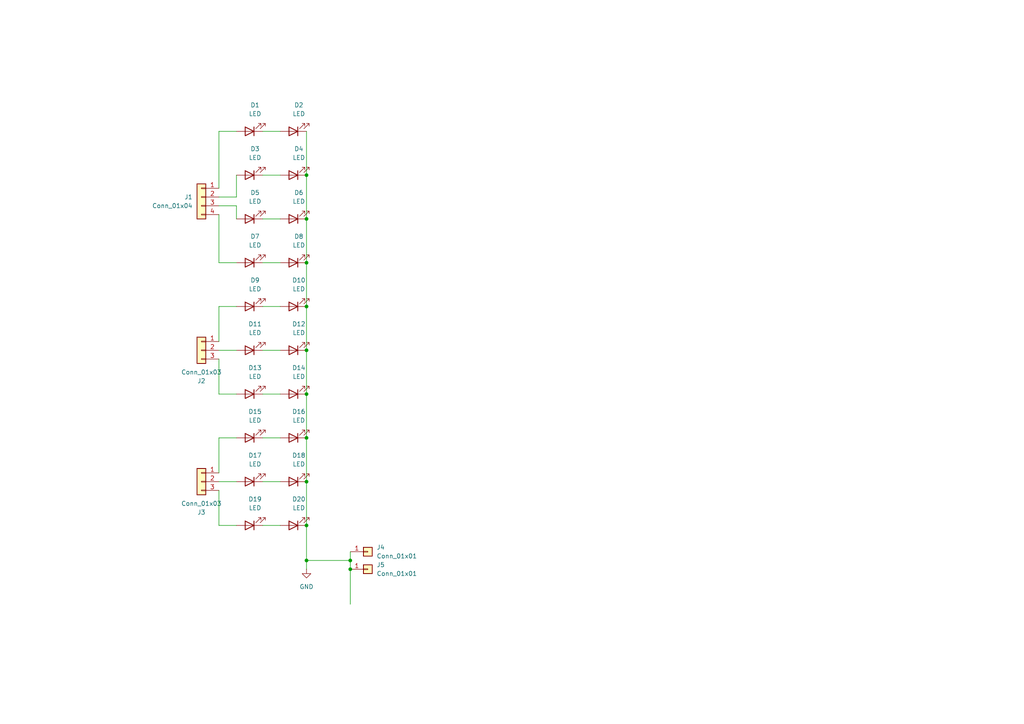
<source format=kicad_sch>
(kicad_sch (version 20231120) (generator "eeschema") (generator_version "8.0")
  (paper "A4")
  (lib_symbols
    (symbol "Connector_Generic:Conn_01x01" (pin_names (offset 1.016) hide)
      (property "Reference" "J" (at 0 2.54 0))
      (property "Value" "Conn_01x01" (at 0 -2.54 0))
      (symbol "Conn_01x01_1_1"
        (rectangle (start -1.27 0.127) (end 0 -0.127) (stroke (width 0.1524)))
        (rectangle (start -1.27 1.27) (end 1.27 -1.27) (stroke (width 0.254)) (fill (type background)))
        (pin passive line (at -5.08 0 0) (length 3.81) (name "Pin_1") (number "1"))
      )
    )
    (symbol "Connector_Generic:Conn_01x03" (pin_names (offset 1.016) hide)
      (property "Reference" "J" (at 0 5.08 0))
      (property "Value" "Conn_01x03" (at 0 -5.08 0))
      (symbol "Conn_01x03_1_1"
        (rectangle (start -1.27 -2.413) (end 0 -2.667) (stroke (width 0.1524)))
        (rectangle (start -1.27 0.127) (end 0 -0.127) (stroke (width 0.1524)))
        (rectangle (start -1.27 2.667) (end 0 2.413) (stroke (width 0.1524)))
        (rectangle (start -1.27 3.81) (end 1.27 -3.81) (stroke (width 0.254)) (fill (type background)))
        (pin passive line (at -5.08 2.54 0) (length 3.81) (name "Pin_1") (number "1"))
        (pin passive line (at -5.08 0 0) (length 3.81) (name "Pin_2") (number "2"))
        (pin passive line (at -5.08 -2.54 0) (length 3.81) (name "Pin_3") (number "3"))
      )
    )
    (symbol "Connector_Generic:Conn_01x04" (pin_names (offset 1.016) hide)
      (property "Reference" "J" (at 0 5.08 0))
      (property "Value" "Conn_01x04" (at 0 -7.62 0))
      (symbol "Conn_01x04_1_1"
        (rectangle (start -1.27 -4.953) (end 0 -5.207) (stroke (width 0.1524)))
        (rectangle (start -1.27 -2.413) (end 0 -2.667) (stroke (width 0.1524)))
        (rectangle (start -1.27 0.127) (end 0 -0.127) (stroke (width 0.1524)))
        (rectangle (start -1.27 2.667) (end 0 2.413) (stroke (width 0.1524)))
        (rectangle (start -1.27 3.81) (end 1.27 -6.35) (stroke (width 0.254)) (fill (type background)))
        (pin passive line (at -5.08 2.54 0) (length 3.81) (name "Pin_1") (number "1"))
        (pin passive line (at -5.08 0 0) (length 3.81) (name "Pin_2") (number "2"))
        (pin passive line (at -5.08 -2.54 0) (length 3.81) (name "Pin_3") (number "3"))
        (pin passive line (at -5.08 -5.08 0) (length 3.81) (name "Pin_4") (number "4"))
      )
    )
    (symbol "Device:LED" (pin_numbers hide) (pin_names (offset 1.016) hide)
      (property "Reference" "D" (at 0 2.54 0))
      (property "Value" "LED" (at 0 -2.54 0))
      (symbol "LED_0_1"
        (polyline (pts (xy -1.27 -1.27) (xy -1.27 1.27)) (stroke (width 0.254)))
        (polyline (pts (xy -1.27 0) (xy 1.27 0)))
        (polyline (pts (xy 1.27 -1.27) (xy 1.27 1.27) (xy -1.27 0) (xy 1.27 -1.27)) (stroke (width 0.254)))
        (polyline (pts (xy -3.048 -0.762) (xy -4.572 -2.286) (xy -3.81 -2.286) (xy -4.572 -2.286) (xy -4.572 -1.524)))
        (polyline (pts (xy -1.778 -0.762) (xy -3.302 -2.286) (xy -2.54 -2.286) (xy -3.302 -2.286) (xy -3.302 -1.524)))
      )
      (symbol "LED_1_1"
        (pin passive line (at -3.81 0 0) (length 2.54) (name "K") (number "1"))
        (pin passive line (at 3.81 0 180) (length 2.54) (name "A") (number "2"))
      )
    )
    (symbol "power:GND" (power) (pin_numbers hide) (pin_names (offset 0) hide)
      (property "Value" "GND" (at 0 -3.81 0))
      (symbol "GND_0_1"
        (polyline (pts (xy 0 0) (xy 0 -1.27) (xy 1.27 -1.27) (xy 0 -2.54) (xy -1.27 -1.27) (xy 0 -1.27)))
      )
      (symbol "GND_1_1"
        (pin power_in line (at 0 0 270) (length 0) (name "~") (number "1"))
      )
    )
  )
  (junction (at 88.9 88.9))
  (junction (at 88.9 152.4))
  (junction (at 88.9 101.6))
  (junction (at 88.9 139.7))
  (junction (at 88.9 127))
  (junction (at 88.9 114.3))
  (junction (at 101.6 165.1))
  (junction (at 88.9 76.2))
  (junction (at 88.9 63.5))
  (junction (at 88.9 162.56))
  (junction (at 101.6 162.56))
  (junction (at 88.9 50.8))
  (wire (pts (xy 88.9 139.7) (xy 88.9 152.4)))
  (wire (pts (xy 68.58 50.8) (xy 68.58 57.15)))
  (wire (pts (xy 88.9 50.8) (xy 88.9 63.5)))
  (wire (pts (xy 88.9 76.2) (xy 88.9 88.9)))
  (wire (pts (xy 76.2 152.4) (xy 81.28 152.4)))
  (wire (pts (xy 88.9 162.56) (xy 101.6 162.56)))
  (wire (pts (xy 76.2 114.3) (xy 81.28 114.3)))
  (wire (pts (xy 63.5 62.23) (xy 63.5 76.2)))
  (wire (pts (xy 63.5 88.9) (xy 68.58 88.9)))
  (wire (pts (xy 63.5 104.14) (xy 63.5 114.3)))
  (wire (pts (xy 76.2 139.7) (xy 81.28 139.7)))
  (wire (pts (xy 76.2 88.9) (xy 81.28 88.9)))
  (wire (pts (xy 101.6 165.1) (xy 101.6 175.26)))
  (wire (pts (xy 76.2 38.1) (xy 81.28 38.1)))
  (wire (pts (xy 76.2 127) (xy 81.28 127)))
  (wire (pts (xy 88.9 101.6) (xy 88.9 114.3)))
  (wire (pts (xy 63.5 99.06) (xy 63.5 88.9)))
  (wire (pts (xy 63.5 38.1) (xy 68.58 38.1)))
  (wire (pts (xy 63.5 152.4) (xy 68.58 152.4)))
  (wire (pts (xy 68.58 59.69) (xy 68.58 63.5)))
  (wire (pts (xy 88.9 63.5) (xy 88.9 76.2)))
  (wire (pts (xy 63.5 101.6) (xy 68.58 101.6)))
  (wire (pts (xy 88.9 152.4) (xy 88.9 162.56)))
  (wire (pts (xy 63.5 139.7) (xy 68.58 139.7)))
  (wire (pts (xy 88.9 114.3) (xy 88.9 127)))
  (wire (pts (xy 63.5 127) (xy 68.58 127)))
  (wire (pts (xy 76.2 50.8) (xy 81.28 50.8)))
  (wire (pts (xy 76.2 101.6) (xy 81.28 101.6)))
  (wire (pts (xy 63.5 59.69) (xy 68.58 59.69)))
  (wire (pts (xy 63.5 142.24) (xy 63.5 152.4)))
  (wire (pts (xy 76.2 63.5) (xy 81.28 63.5)))
  (wire (pts (xy 88.9 38.1) (xy 88.9 50.8)))
  (wire (pts (xy 88.9 88.9) (xy 88.9 101.6)))
  (wire (pts (xy 63.5 57.15) (xy 68.58 57.15)))
  (wire (pts (xy 63.5 54.61) (xy 63.5 38.1)))
  (wire (pts (xy 63.5 114.3) (xy 68.58 114.3)))
  (wire (pts (xy 88.9 162.56) (xy 88.9 165.1)))
  (wire (pts (xy 101.6 162.56) (xy 101.6 165.1)))
  (wire (pts (xy 63.5 76.2) (xy 68.58 76.2)))
  (wire (pts (xy 101.6 160.02) (xy 101.6 162.56)))
  (wire (pts (xy 63.5 137.16) (xy 63.5 127)))
  (wire (pts (xy 88.9 127) (xy 88.9 139.7)))
  (wire (pts (xy 76.2 76.2) (xy 81.28 76.2)))
  (symbol (lib_id "Device:LED") (at 85.09 114.3 180) (unit 1)
    (property "Reference" "D14" (at 86.6775 106.68 0))
    (property "Value" "LED" (at 86.6775 109.22 0))
    (property "Footprint" "custom_footprints:LED_1206_3216Metric_nosilkscreen" (effects (hide yes)))
    (property "Description" "Light emitting diode" (effects (hide yes)))
  )
  (symbol (lib_id "Device:LED") (at 72.39 139.7 180) (unit 1)
    (property "Reference" "D17" (at 73.9775 132.08 0))
    (property "Value" "LED" (at 73.9775 134.62 0))
    (property "Footprint" "custom_footprints:LED_1206_3216Metric_nosilkscreen" (effects (hide yes)))
    (property "Description" "Light emitting diode" (effects (hide yes)))
  )
  (symbol (lib_id "Device:LED") (at 85.09 38.1 180) (unit 1)
    (property "Reference" "D2" (at 86.6775 30.48 0))
    (property "Value" "LED" (at 86.6775 33.02 0))
    (property "Footprint" "custom_footprints:LED_1206_3216Metric_nosilkscreen" (effects (hide yes)))
    (property "Description" "Light emitting diode" (effects (hide yes)))
  )
  (symbol (lib_id "Device:LED") (at 72.39 127 180) (unit 1)
    (property "Reference" "D15" (at 73.9775 119.38 0))
    (property "Value" "LED" (at 73.9775 121.92 0))
    (property "Footprint" "custom_footprints:LED_1206_3216Metric_nosilkscreen" (effects (hide yes)))
    (property "Description" "Light emitting diode" (effects (hide yes)))
  )
  (symbol (lib_id "Device:LED") (at 85.09 101.6 180) (unit 1)
    (property "Reference" "D12" (at 86.6775 93.98 0))
    (property "Value" "LED" (at 86.6775 96.52 0))
    (property "Footprint" "custom_footprints:LED_1206_3216Metric_nosilkscreen" (effects (hide yes)))
    (property "Description" "Light emitting diode" (effects (hide yes)))
  )
  (symbol (lib_id "Connector_Generic:Conn_01x03") (at 58.42 101.6 0) (mirror y) (unit 1)
    (property "Reference" "J2" (at 58.42 110.49 0))
    (property "Value" "Conn_01x03" (at 58.42 107.95 0))
    (property "Footprint" "Connector_PinHeader_2.00mm:PinHeader_1x03_P2.00mm_Vertical" (effects (hide yes)))
    (property "Description" "Generic connector, single row, 01x03, script generated (kicad-library-utils/schlib/autogen/connector/)" (effects (hide yes)))
  )
  (symbol (lib_id "Device:LED") (at 72.39 88.9 180) (unit 1)
    (property "Reference" "D9" (at 73.9775 81.28 0))
    (property "Value" "LED" (at 73.9775 83.82 0))
    (property "Footprint" "custom_footprints:LED_1206_3216Metric_nosilkscreen" (effects (hide yes)))
    (property "Description" "Light emitting diode" (effects (hide yes)))
  )
  (symbol (lib_id "Device:LED") (at 85.09 127 180) (unit 1)
    (property "Reference" "D16" (at 86.6775 119.38 0))
    (property "Value" "LED" (at 86.6775 121.92 0))
    (property "Footprint" "custom_footprints:LED_1206_3216Metric_nosilkscreen" (effects (hide yes)))
    (property "Description" "Light emitting diode" (effects (hide yes)))
  )
  (symbol (lib_id "Device:LED") (at 72.39 63.5 180) (unit 1)
    (property "Reference" "D5" (at 73.9775 55.88 0))
    (property "Value" "LED" (at 73.9775 58.42 0))
    (property "Footprint" "custom_footprints:LED_1206_3216Metric_nosilkscreen" (effects (hide yes)))
    (property "Description" "Light emitting diode" (effects (hide yes)))
  )
  (symbol (lib_id "power:GND") (at 88.9 165.1 0) (unit 1)
    (property "Reference" "#PWR01" (effects (hide yes)))
    (property "Value" "GND" (at 88.9 170.18 0))
    (property "Description" "Power symbol creates a global label with name \"GND\" , ground" (effects (hide yes)))
  )
  (symbol (lib_id "Device:LED") (at 72.39 101.6 180) (unit 1)
    (property "Reference" "D11" (at 73.9775 93.98 0))
    (property "Value" "LED" (at 73.9775 96.52 0))
    (property "Footprint" "custom_footprints:LED_1206_3216Metric_nosilkscreen" (effects (hide yes)))
    (property "Description" "Light emitting diode" (effects (hide yes)))
  )
  (symbol (lib_id "Connector_Generic:Conn_01x04") (at 58.42 57.15 0) (mirror y) (unit 1)
    (property "Reference" "J1" (at 55.88 57.1499 0) (effects (justify left)))
    (property "Value" "Conn_01x04" (at 55.88 59.6899 0) (effects (justify left)))
    (property "Footprint" "Connector_PinHeader_2.00mm:PinHeader_1x04_P2.00mm_Vertical" (effects (hide yes)))
    (property "Description" "Generic connector, single row, 01x04, script generated (kicad-library-utils/schlib/autogen/connector/)" (effects (hide yes)))
  )
  (symbol (lib_id "Device:LED") (at 72.39 76.2 180) (unit 1)
    (property "Reference" "D7" (at 73.9775 68.58 0))
    (property "Value" "LED" (at 73.9775 71.12 0))
    (property "Footprint" "custom_footprints:LED_1206_3216Metric_nosilkscreen" (effects (hide yes)))
    (property "Description" "Light emitting diode" (effects (hide yes)))
  )
  (symbol (lib_id "Device:LED") (at 85.09 152.4 180) (unit 1)
    (property "Reference" "D20" (at 86.6775 144.78 0))
    (property "Value" "LED" (at 86.6775 147.32 0))
    (property "Footprint" "custom_footprints:LED_1206_3216Metric_nosilkscreen" (effects (hide yes)))
    (property "Description" "Light emitting diode" (effects (hide yes)))
  )
  (symbol (lib_id "Device:LED") (at 85.09 88.9 180) (unit 1)
    (property "Reference" "D10" (at 86.6775 81.28 0))
    (property "Value" "LED" (at 86.6775 83.82 0))
    (property "Footprint" "custom_footprints:LED_1206_3216Metric_nosilkscreen" (effects (hide yes)))
    (property "Description" "Light emitting diode" (effects (hide yes)))
  )
  (symbol (lib_id "Connector_Generic:Conn_01x01") (at 106.68 165.1 0) (unit 1)
    (property "Reference" "J5" (at 109.22 163.8299 0) (effects (justify left)))
    (property "Value" "Conn_01x01" (at 109.22 166.3699 0) (effects (justify left)))
    (property "Footprint" "Connector_PinHeader_2.00mm:PinHeader_1x01_P2.00mm_Vertical" (effects (hide yes)))
    (property "Description" "Generic connector, single row, 01x01, script generated (kicad-library-utils/schlib/autogen/connector/)" (effects (hide yes)))
  )
  (symbol (lib_id "Connector_Generic:Conn_01x03") (at 58.42 139.7 0) (mirror y) (unit 1)
    (property "Reference" "J3" (at 58.42 148.59 0))
    (property "Value" "Conn_01x03" (at 58.42 146.05 0))
    (property "Footprint" "Connector_PinHeader_2.00mm:PinHeader_1x03_P2.00mm_Vertical" (effects (hide yes)))
    (property "Description" "Generic connector, single row, 01x03, script generated (kicad-library-utils/schlib/autogen/connector/)" (effects (hide yes)))
  )
  (symbol (lib_id "Connector_Generic:Conn_01x01") (at 106.68 160.02 0) (unit 1)
    (property "Reference" "J4" (at 109.22 158.7499 0) (effects (justify left)))
    (property "Value" "Conn_01x01" (at 109.22 161.2899 0) (effects (justify left)))
    (property "Footprint" "Connector_PinHeader_2.00mm:PinHeader_1x01_P2.00mm_Vertical" (effects (hide yes)))
    (property "Description" "Generic connector, single row, 01x01, script generated (kicad-library-utils/schlib/autogen/connector/)" (effects (hide yes)))
  )
  (symbol (lib_id "Device:LED") (at 72.39 114.3 180) (unit 1)
    (property "Reference" "D13" (at 73.9775 106.68 0))
    (property "Value" "LED" (at 73.9775 109.22 0))
    (property "Footprint" "custom_footprints:LED_1206_3216Metric_nosilkscreen" (effects (hide yes)))
    (property "Description" "Light emitting diode" (effects (hide yes)))
  )
  (symbol (lib_id "Device:LED") (at 85.09 63.5 180) (unit 1)
    (property "Reference" "D6" (at 86.6775 55.88 0))
    (property "Value" "LED" (at 86.6775 58.42 0))
    (property "Footprint" "custom_footprints:LED_1206_3216Metric_nosilkscreen" (effects (hide yes)))
    (property "Description" "Light emitting diode" (effects (hide yes)))
  )
  (symbol (lib_id "Device:LED") (at 85.09 139.7 180) (unit 1)
    (property "Reference" "D18" (at 86.6775 132.08 0))
    (property "Value" "LED" (at 86.6775 134.62 0))
    (property "Footprint" "custom_footprints:LED_1206_3216Metric_nosilkscreen" (effects (hide yes)))
    (property "Description" "Light emitting diode" (effects (hide yes)))
  )
  (symbol (lib_id "Device:LED") (at 72.39 50.8 180) (unit 1)
    (property "Reference" "D3" (at 73.9775 43.18 0))
    (property "Value" "LED" (at 73.9775 45.72 0))
    (property "Footprint" "custom_footprints:LED_1206_3216Metric_nosilkscreen" (effects (hide yes)))
    (property "Description" "Light emitting diode" (effects (hide yes)))
  )
  (symbol (lib_id "Device:LED") (at 85.09 50.8 180) (unit 1)
    (property "Reference" "D4" (at 86.6775 43.18 0))
    (property "Value" "LED" (at 86.6775 45.72 0))
    (property "Footprint" "custom_footprints:LED_1206_3216Metric_nosilkscreen" (effects (hide yes)))
    (property "Description" "Light emitting diode" (effects (hide yes)))
  )
  (symbol (lib_id "Device:LED") (at 72.39 38.1 180) (unit 1)
    (property "Reference" "D1" (at 73.9775 30.48 0))
    (property "Value" "LED" (at 73.9775 33.02 0))
    (property "Footprint" "custom_footprints:LED_1206_3216Metric_nosilkscreen" (effects (hide yes)))
    (property "Description" "Light emitting diode" (effects (hide yes)))
  )
  (symbol (lib_id "Device:LED") (at 72.39 152.4 180) (unit 1)
    (property "Reference" "D19" (at 73.9775 144.78 0))
    (property "Value" "LED" (at 73.9775 147.32 0))
    (property "Footprint" "custom_footprints:LED_1206_3216Metric_nosilkscreen" (effects (hide yes)))
    (property "Description" "Light emitting diode" (effects (hide yes)))
  )
  (symbol (lib_id "Device:LED") (at 85.09 76.2 180) (unit 1)
    (property "Reference" "D8" (at 86.6775 68.58 0))
    (property "Value" "LED" (at 86.6775 71.12 0))
    (property "Footprint" "custom_footprints:LED_1206_3216Metric_nosilkscreen" (effects (hide yes)))
    (property "Description" "Light emitting diode" (effects (hide yes)))
  )
)
</source>
